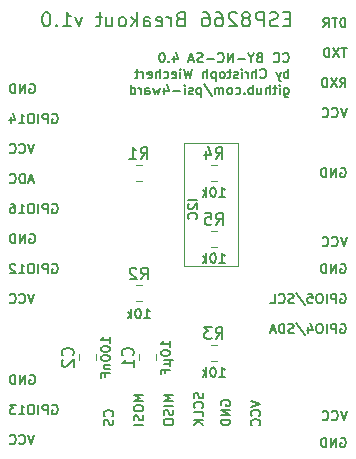
<source format=gbo>
G04 #@! TF.GenerationSoftware,KiCad,Pcbnew,5.1.5*
G04 #@! TF.CreationDate,2020-01-13T20:05:45+01:00*
G04 #@! TF.ProjectId,ESP8266_Uni,45535038-3236-4365-9f55-6e692e6b6963,rev?*
G04 #@! TF.SameCoordinates,Original*
G04 #@! TF.FileFunction,Legend,Bot*
G04 #@! TF.FilePolarity,Positive*
%FSLAX46Y46*%
G04 Gerber Fmt 4.6, Leading zero omitted, Abs format (unit mm)*
G04 Created by KiCad (PCBNEW 5.1.5) date 2020-01-13 20:05:45*
%MOMM*%
%LPD*%
G04 APERTURE LIST*
%ADD10C,0.120000*%
%ADD11C,0.150000*%
%ADD12C,0.200000*%
G04 APERTURE END LIST*
D10*
X127508000Y-32004000D02*
X127508000Y-42418000D01*
X132080000Y-32004000D02*
X127508000Y-32004000D01*
X132080000Y-42418000D02*
X132080000Y-32004000D01*
X127508000Y-42418000D02*
X132080000Y-42418000D01*
D11*
X128631904Y-36811047D02*
X127831904Y-36811047D01*
X127908095Y-37153904D02*
X127870000Y-37192000D01*
X127831904Y-37268190D01*
X127831904Y-37458666D01*
X127870000Y-37534857D01*
X127908095Y-37572952D01*
X127984285Y-37611047D01*
X128060476Y-37611047D01*
X128174761Y-37572952D01*
X128631904Y-37115809D01*
X128631904Y-37611047D01*
X128555714Y-38411047D02*
X128593809Y-38372952D01*
X128631904Y-38258666D01*
X128631904Y-38182476D01*
X128593809Y-38068190D01*
X128517619Y-37992000D01*
X128441428Y-37953904D01*
X128289047Y-37915809D01*
X128174761Y-37915809D01*
X128022380Y-37953904D01*
X127946190Y-37992000D01*
X127870000Y-38068190D01*
X127831904Y-38182476D01*
X127831904Y-38258666D01*
X127870000Y-38372952D01*
X127908095Y-38411047D01*
X114829023Y-32073904D02*
X114562357Y-32873904D01*
X114295690Y-32073904D01*
X113571880Y-32797714D02*
X113609976Y-32835809D01*
X113724261Y-32873904D01*
X113800452Y-32873904D01*
X113914738Y-32835809D01*
X113990928Y-32759619D01*
X114029023Y-32683428D01*
X114067119Y-32531047D01*
X114067119Y-32416761D01*
X114029023Y-32264380D01*
X113990928Y-32188190D01*
X113914738Y-32112000D01*
X113800452Y-32073904D01*
X113724261Y-32073904D01*
X113609976Y-32112000D01*
X113571880Y-32150095D01*
X112771880Y-32797714D02*
X112809976Y-32835809D01*
X112924261Y-32873904D01*
X113000452Y-32873904D01*
X113114738Y-32835809D01*
X113190928Y-32759619D01*
X113229023Y-32683428D01*
X113267119Y-32531047D01*
X113267119Y-32416761D01*
X113229023Y-32264380D01*
X113190928Y-32188190D01*
X113114738Y-32112000D01*
X113000452Y-32073904D01*
X112924261Y-32073904D01*
X112809976Y-32112000D01*
X112771880Y-32150095D01*
X116352833Y-29572000D02*
X116429023Y-29533904D01*
X116543309Y-29533904D01*
X116657595Y-29572000D01*
X116733785Y-29648190D01*
X116771880Y-29724380D01*
X116809976Y-29876761D01*
X116809976Y-29991047D01*
X116771880Y-30143428D01*
X116733785Y-30219619D01*
X116657595Y-30295809D01*
X116543309Y-30333904D01*
X116467119Y-30333904D01*
X116352833Y-30295809D01*
X116314738Y-30257714D01*
X116314738Y-29991047D01*
X116467119Y-29991047D01*
X115971880Y-30333904D02*
X115971880Y-29533904D01*
X115667119Y-29533904D01*
X115590928Y-29572000D01*
X115552833Y-29610095D01*
X115514738Y-29686285D01*
X115514738Y-29800571D01*
X115552833Y-29876761D01*
X115590928Y-29914857D01*
X115667119Y-29952952D01*
X115971880Y-29952952D01*
X115171880Y-30333904D02*
X115171880Y-29533904D01*
X114638547Y-29533904D02*
X114486166Y-29533904D01*
X114409976Y-29572000D01*
X114333785Y-29648190D01*
X114295690Y-29800571D01*
X114295690Y-30067238D01*
X114333785Y-30219619D01*
X114409976Y-30295809D01*
X114486166Y-30333904D01*
X114638547Y-30333904D01*
X114714738Y-30295809D01*
X114790928Y-30219619D01*
X114829023Y-30067238D01*
X114829023Y-29800571D01*
X114790928Y-29648190D01*
X114714738Y-29572000D01*
X114638547Y-29533904D01*
X113533785Y-30333904D02*
X113990928Y-30333904D01*
X113762357Y-30333904D02*
X113762357Y-29533904D01*
X113838547Y-29648190D01*
X113914738Y-29724380D01*
X113990928Y-29762476D01*
X112848071Y-29800571D02*
X112848071Y-30333904D01*
X113038547Y-29495809D02*
X113229023Y-30067238D01*
X112733785Y-30067238D01*
X114448071Y-27032000D02*
X114524261Y-26993904D01*
X114638547Y-26993904D01*
X114752833Y-27032000D01*
X114829023Y-27108190D01*
X114867119Y-27184380D01*
X114905214Y-27336761D01*
X114905214Y-27451047D01*
X114867119Y-27603428D01*
X114829023Y-27679619D01*
X114752833Y-27755809D01*
X114638547Y-27793904D01*
X114562357Y-27793904D01*
X114448071Y-27755809D01*
X114409976Y-27717714D01*
X114409976Y-27451047D01*
X114562357Y-27451047D01*
X114067119Y-27793904D02*
X114067119Y-26993904D01*
X113609976Y-27793904D01*
X113609976Y-26993904D01*
X113229023Y-27793904D02*
X113229023Y-26993904D01*
X113038547Y-26993904D01*
X112924261Y-27032000D01*
X112848071Y-27108190D01*
X112809976Y-27184380D01*
X112771880Y-27336761D01*
X112771880Y-27451047D01*
X112809976Y-27603428D01*
X112848071Y-27679619D01*
X112924261Y-27755809D01*
X113038547Y-27793904D01*
X113229023Y-27793904D01*
X114448071Y-39732000D02*
X114524261Y-39693904D01*
X114638547Y-39693904D01*
X114752833Y-39732000D01*
X114829023Y-39808190D01*
X114867119Y-39884380D01*
X114905214Y-40036761D01*
X114905214Y-40151047D01*
X114867119Y-40303428D01*
X114829023Y-40379619D01*
X114752833Y-40455809D01*
X114638547Y-40493904D01*
X114562357Y-40493904D01*
X114448071Y-40455809D01*
X114409976Y-40417714D01*
X114409976Y-40151047D01*
X114562357Y-40151047D01*
X114067119Y-40493904D02*
X114067119Y-39693904D01*
X113609976Y-40493904D01*
X113609976Y-39693904D01*
X113229023Y-40493904D02*
X113229023Y-39693904D01*
X113038547Y-39693904D01*
X112924261Y-39732000D01*
X112848071Y-39808190D01*
X112809976Y-39884380D01*
X112771880Y-40036761D01*
X112771880Y-40151047D01*
X112809976Y-40303428D01*
X112848071Y-40379619D01*
X112924261Y-40455809D01*
X113038547Y-40493904D01*
X113229023Y-40493904D01*
X114829023Y-44773904D02*
X114562357Y-45573904D01*
X114295690Y-44773904D01*
X113571880Y-45497714D02*
X113609976Y-45535809D01*
X113724261Y-45573904D01*
X113800452Y-45573904D01*
X113914738Y-45535809D01*
X113990928Y-45459619D01*
X114029023Y-45383428D01*
X114067119Y-45231047D01*
X114067119Y-45116761D01*
X114029023Y-44964380D01*
X113990928Y-44888190D01*
X113914738Y-44812000D01*
X113800452Y-44773904D01*
X113724261Y-44773904D01*
X113609976Y-44812000D01*
X113571880Y-44850095D01*
X112771880Y-45497714D02*
X112809976Y-45535809D01*
X112924261Y-45573904D01*
X113000452Y-45573904D01*
X113114738Y-45535809D01*
X113190928Y-45459619D01*
X113229023Y-45383428D01*
X113267119Y-45231047D01*
X113267119Y-45116761D01*
X113229023Y-44964380D01*
X113190928Y-44888190D01*
X113114738Y-44812000D01*
X113000452Y-44773904D01*
X112924261Y-44773904D01*
X112809976Y-44812000D01*
X112771880Y-44850095D01*
X116352833Y-42272000D02*
X116429023Y-42233904D01*
X116543309Y-42233904D01*
X116657595Y-42272000D01*
X116733785Y-42348190D01*
X116771880Y-42424380D01*
X116809976Y-42576761D01*
X116809976Y-42691047D01*
X116771880Y-42843428D01*
X116733785Y-42919619D01*
X116657595Y-42995809D01*
X116543309Y-43033904D01*
X116467119Y-43033904D01*
X116352833Y-42995809D01*
X116314738Y-42957714D01*
X116314738Y-42691047D01*
X116467119Y-42691047D01*
X115971880Y-43033904D02*
X115971880Y-42233904D01*
X115667119Y-42233904D01*
X115590928Y-42272000D01*
X115552833Y-42310095D01*
X115514738Y-42386285D01*
X115514738Y-42500571D01*
X115552833Y-42576761D01*
X115590928Y-42614857D01*
X115667119Y-42652952D01*
X115971880Y-42652952D01*
X115171880Y-43033904D02*
X115171880Y-42233904D01*
X114638547Y-42233904D02*
X114486166Y-42233904D01*
X114409976Y-42272000D01*
X114333785Y-42348190D01*
X114295690Y-42500571D01*
X114295690Y-42767238D01*
X114333785Y-42919619D01*
X114409976Y-42995809D01*
X114486166Y-43033904D01*
X114638547Y-43033904D01*
X114714738Y-42995809D01*
X114790928Y-42919619D01*
X114829023Y-42767238D01*
X114829023Y-42500571D01*
X114790928Y-42348190D01*
X114714738Y-42272000D01*
X114638547Y-42233904D01*
X113533785Y-43033904D02*
X113990928Y-43033904D01*
X113762357Y-43033904D02*
X113762357Y-42233904D01*
X113838547Y-42348190D01*
X113914738Y-42424380D01*
X113990928Y-42462476D01*
X113229023Y-42310095D02*
X113190928Y-42272000D01*
X113114738Y-42233904D01*
X112924261Y-42233904D01*
X112848071Y-42272000D01*
X112809976Y-42310095D01*
X112771880Y-42386285D01*
X112771880Y-42462476D01*
X112809976Y-42576761D01*
X113267119Y-43033904D01*
X112771880Y-43033904D01*
X114448071Y-51670000D02*
X114524261Y-51631904D01*
X114638547Y-51631904D01*
X114752833Y-51670000D01*
X114829023Y-51746190D01*
X114867119Y-51822380D01*
X114905214Y-51974761D01*
X114905214Y-52089047D01*
X114867119Y-52241428D01*
X114829023Y-52317619D01*
X114752833Y-52393809D01*
X114638547Y-52431904D01*
X114562357Y-52431904D01*
X114448071Y-52393809D01*
X114409976Y-52355714D01*
X114409976Y-52089047D01*
X114562357Y-52089047D01*
X114067119Y-52431904D02*
X114067119Y-51631904D01*
X113609976Y-52431904D01*
X113609976Y-51631904D01*
X113229023Y-52431904D02*
X113229023Y-51631904D01*
X113038547Y-51631904D01*
X112924261Y-51670000D01*
X112848071Y-51746190D01*
X112809976Y-51822380D01*
X112771880Y-51974761D01*
X112771880Y-52089047D01*
X112809976Y-52241428D01*
X112848071Y-52317619D01*
X112924261Y-52393809D01*
X113038547Y-52431904D01*
X113229023Y-52431904D01*
X116352833Y-54210000D02*
X116429023Y-54171904D01*
X116543309Y-54171904D01*
X116657595Y-54210000D01*
X116733785Y-54286190D01*
X116771880Y-54362380D01*
X116809976Y-54514761D01*
X116809976Y-54629047D01*
X116771880Y-54781428D01*
X116733785Y-54857619D01*
X116657595Y-54933809D01*
X116543309Y-54971904D01*
X116467119Y-54971904D01*
X116352833Y-54933809D01*
X116314738Y-54895714D01*
X116314738Y-54629047D01*
X116467119Y-54629047D01*
X115971880Y-54971904D02*
X115971880Y-54171904D01*
X115667119Y-54171904D01*
X115590928Y-54210000D01*
X115552833Y-54248095D01*
X115514738Y-54324285D01*
X115514738Y-54438571D01*
X115552833Y-54514761D01*
X115590928Y-54552857D01*
X115667119Y-54590952D01*
X115971880Y-54590952D01*
X115171880Y-54971904D02*
X115171880Y-54171904D01*
X114638547Y-54171904D02*
X114486166Y-54171904D01*
X114409976Y-54210000D01*
X114333785Y-54286190D01*
X114295690Y-54438571D01*
X114295690Y-54705238D01*
X114333785Y-54857619D01*
X114409976Y-54933809D01*
X114486166Y-54971904D01*
X114638547Y-54971904D01*
X114714738Y-54933809D01*
X114790928Y-54857619D01*
X114829023Y-54705238D01*
X114829023Y-54438571D01*
X114790928Y-54286190D01*
X114714738Y-54210000D01*
X114638547Y-54171904D01*
X113533785Y-54971904D02*
X113990928Y-54971904D01*
X113762357Y-54971904D02*
X113762357Y-54171904D01*
X113838547Y-54286190D01*
X113914738Y-54362380D01*
X113990928Y-54400476D01*
X113267119Y-54171904D02*
X112771880Y-54171904D01*
X113038547Y-54476666D01*
X112924261Y-54476666D01*
X112848071Y-54514761D01*
X112809976Y-54552857D01*
X112771880Y-54629047D01*
X112771880Y-54819523D01*
X112809976Y-54895714D01*
X112848071Y-54933809D01*
X112924261Y-54971904D01*
X113152833Y-54971904D01*
X113229023Y-54933809D01*
X113267119Y-54895714D01*
X114829023Y-56711904D02*
X114562357Y-57511904D01*
X114295690Y-56711904D01*
X113571880Y-57435714D02*
X113609976Y-57473809D01*
X113724261Y-57511904D01*
X113800452Y-57511904D01*
X113914738Y-57473809D01*
X113990928Y-57397619D01*
X114029023Y-57321428D01*
X114067119Y-57169047D01*
X114067119Y-57054761D01*
X114029023Y-56902380D01*
X113990928Y-56826190D01*
X113914738Y-56750000D01*
X113800452Y-56711904D01*
X113724261Y-56711904D01*
X113609976Y-56750000D01*
X113571880Y-56788095D01*
X112771880Y-57435714D02*
X112809976Y-57473809D01*
X112924261Y-57511904D01*
X113000452Y-57511904D01*
X113114738Y-57473809D01*
X113190928Y-57397619D01*
X113229023Y-57321428D01*
X113267119Y-57169047D01*
X113267119Y-57054761D01*
X113229023Y-56902380D01*
X113190928Y-56826190D01*
X113114738Y-56750000D01*
X113000452Y-56711904D01*
X112924261Y-56711904D01*
X112809976Y-56750000D01*
X112771880Y-56788095D01*
X121443714Y-55122214D02*
X121481809Y-55084119D01*
X121519904Y-54969833D01*
X121519904Y-54893642D01*
X121481809Y-54779357D01*
X121405619Y-54703166D01*
X121329428Y-54665071D01*
X121177047Y-54626976D01*
X121062761Y-54626976D01*
X120910380Y-54665071D01*
X120834190Y-54703166D01*
X120758000Y-54779357D01*
X120719904Y-54893642D01*
X120719904Y-54969833D01*
X120758000Y-55084119D01*
X120796095Y-55122214D01*
X121481809Y-55426976D02*
X121519904Y-55541261D01*
X121519904Y-55731738D01*
X121481809Y-55807928D01*
X121443714Y-55846023D01*
X121367523Y-55884119D01*
X121291333Y-55884119D01*
X121215142Y-55846023D01*
X121177047Y-55807928D01*
X121138952Y-55731738D01*
X121100857Y-55579357D01*
X121062761Y-55503166D01*
X121024666Y-55465071D01*
X120948476Y-55426976D01*
X120872285Y-55426976D01*
X120796095Y-55465071D01*
X120758000Y-55503166D01*
X120719904Y-55579357D01*
X120719904Y-55769833D01*
X120758000Y-55884119D01*
X124059904Y-53331738D02*
X123259904Y-53331738D01*
X123831333Y-53598404D01*
X123259904Y-53865071D01*
X124059904Y-53865071D01*
X123259904Y-54398404D02*
X123259904Y-54550785D01*
X123298000Y-54626976D01*
X123374190Y-54703166D01*
X123526571Y-54741261D01*
X123793238Y-54741261D01*
X123945619Y-54703166D01*
X124021809Y-54626976D01*
X124059904Y-54550785D01*
X124059904Y-54398404D01*
X124021809Y-54322214D01*
X123945619Y-54246023D01*
X123793238Y-54207928D01*
X123526571Y-54207928D01*
X123374190Y-54246023D01*
X123298000Y-54322214D01*
X123259904Y-54398404D01*
X124021809Y-55046023D02*
X124059904Y-55160309D01*
X124059904Y-55350785D01*
X124021809Y-55426976D01*
X123983714Y-55465071D01*
X123907523Y-55503166D01*
X123831333Y-55503166D01*
X123755142Y-55465071D01*
X123717047Y-55426976D01*
X123678952Y-55350785D01*
X123640857Y-55198404D01*
X123602761Y-55122214D01*
X123564666Y-55084119D01*
X123488476Y-55046023D01*
X123412285Y-55046023D01*
X123336095Y-55084119D01*
X123298000Y-55122214D01*
X123259904Y-55198404D01*
X123259904Y-55388880D01*
X123298000Y-55503166D01*
X124059904Y-55846023D02*
X123259904Y-55846023D01*
X126599904Y-53331738D02*
X125799904Y-53331738D01*
X126371333Y-53598404D01*
X125799904Y-53865071D01*
X126599904Y-53865071D01*
X126599904Y-54246023D02*
X125799904Y-54246023D01*
X126561809Y-54588880D02*
X126599904Y-54703166D01*
X126599904Y-54893642D01*
X126561809Y-54969833D01*
X126523714Y-55007928D01*
X126447523Y-55046023D01*
X126371333Y-55046023D01*
X126295142Y-55007928D01*
X126257047Y-54969833D01*
X126218952Y-54893642D01*
X126180857Y-54741261D01*
X126142761Y-54665071D01*
X126104666Y-54626976D01*
X126028476Y-54588880D01*
X125952285Y-54588880D01*
X125876095Y-54626976D01*
X125838000Y-54665071D01*
X125799904Y-54741261D01*
X125799904Y-54931738D01*
X125838000Y-55046023D01*
X125799904Y-55541261D02*
X125799904Y-55693642D01*
X125838000Y-55769833D01*
X125914190Y-55846023D01*
X126066571Y-55884119D01*
X126333238Y-55884119D01*
X126485619Y-55846023D01*
X126561809Y-55769833D01*
X126599904Y-55693642D01*
X126599904Y-55541261D01*
X126561809Y-55465071D01*
X126485619Y-55388880D01*
X126333238Y-55350785D01*
X126066571Y-55350785D01*
X125914190Y-55388880D01*
X125838000Y-55465071D01*
X125799904Y-55541261D01*
X129101809Y-53179357D02*
X129139904Y-53293642D01*
X129139904Y-53484119D01*
X129101809Y-53560309D01*
X129063714Y-53598404D01*
X128987523Y-53636500D01*
X128911333Y-53636500D01*
X128835142Y-53598404D01*
X128797047Y-53560309D01*
X128758952Y-53484119D01*
X128720857Y-53331738D01*
X128682761Y-53255547D01*
X128644666Y-53217452D01*
X128568476Y-53179357D01*
X128492285Y-53179357D01*
X128416095Y-53217452D01*
X128378000Y-53255547D01*
X128339904Y-53331738D01*
X128339904Y-53522214D01*
X128378000Y-53636500D01*
X129063714Y-54436500D02*
X129101809Y-54398404D01*
X129139904Y-54284119D01*
X129139904Y-54207928D01*
X129101809Y-54093642D01*
X129025619Y-54017452D01*
X128949428Y-53979357D01*
X128797047Y-53941261D01*
X128682761Y-53941261D01*
X128530380Y-53979357D01*
X128454190Y-54017452D01*
X128378000Y-54093642D01*
X128339904Y-54207928D01*
X128339904Y-54284119D01*
X128378000Y-54398404D01*
X128416095Y-54436500D01*
X129139904Y-55160309D02*
X129139904Y-54779357D01*
X128339904Y-54779357D01*
X129139904Y-55426976D02*
X128339904Y-55426976D01*
X129139904Y-55884119D02*
X128682761Y-55541261D01*
X128339904Y-55884119D02*
X128797047Y-55426976D01*
X130664000Y-54207928D02*
X130625904Y-54131738D01*
X130625904Y-54017452D01*
X130664000Y-53903166D01*
X130740190Y-53826976D01*
X130816380Y-53788880D01*
X130968761Y-53750785D01*
X131083047Y-53750785D01*
X131235428Y-53788880D01*
X131311619Y-53826976D01*
X131387809Y-53903166D01*
X131425904Y-54017452D01*
X131425904Y-54093642D01*
X131387809Y-54207928D01*
X131349714Y-54246023D01*
X131083047Y-54246023D01*
X131083047Y-54093642D01*
X131425904Y-54588880D02*
X130625904Y-54588880D01*
X131425904Y-55046023D01*
X130625904Y-55046023D01*
X131425904Y-55426976D02*
X130625904Y-55426976D01*
X130625904Y-55617452D01*
X130664000Y-55731738D01*
X130740190Y-55807928D01*
X130816380Y-55846023D01*
X130968761Y-55884119D01*
X131083047Y-55884119D01*
X131235428Y-55846023D01*
X131311619Y-55807928D01*
X131387809Y-55731738D01*
X131425904Y-55617452D01*
X131425904Y-55426976D01*
X133165904Y-53826976D02*
X133965904Y-54093642D01*
X133165904Y-54360309D01*
X133889714Y-55084119D02*
X133927809Y-55046023D01*
X133965904Y-54931738D01*
X133965904Y-54855547D01*
X133927809Y-54741261D01*
X133851619Y-54665071D01*
X133775428Y-54626976D01*
X133623047Y-54588880D01*
X133508761Y-54588880D01*
X133356380Y-54626976D01*
X133280190Y-54665071D01*
X133204000Y-54741261D01*
X133165904Y-54855547D01*
X133165904Y-54931738D01*
X133204000Y-55046023D01*
X133242095Y-55084119D01*
X133889714Y-55884119D02*
X133927809Y-55846023D01*
X133965904Y-55731738D01*
X133965904Y-55655547D01*
X133927809Y-55541261D01*
X133851619Y-55465071D01*
X133775428Y-55426976D01*
X133623047Y-55388880D01*
X133508761Y-55388880D01*
X133356380Y-55426976D01*
X133280190Y-55465071D01*
X133204000Y-55541261D01*
X133165904Y-55655547D01*
X133165904Y-55731738D01*
X133204000Y-55846023D01*
X133242095Y-55884119D01*
X141304309Y-54679904D02*
X141037642Y-55479904D01*
X140770976Y-54679904D01*
X140047166Y-55403714D02*
X140085261Y-55441809D01*
X140199547Y-55479904D01*
X140275738Y-55479904D01*
X140390023Y-55441809D01*
X140466214Y-55365619D01*
X140504309Y-55289428D01*
X140542404Y-55137047D01*
X140542404Y-55022761D01*
X140504309Y-54870380D01*
X140466214Y-54794190D01*
X140390023Y-54718000D01*
X140275738Y-54679904D01*
X140199547Y-54679904D01*
X140085261Y-54718000D01*
X140047166Y-54756095D01*
X139247166Y-55403714D02*
X139285261Y-55441809D01*
X139399547Y-55479904D01*
X139475738Y-55479904D01*
X139590023Y-55441809D01*
X139666214Y-55365619D01*
X139704309Y-55289428D01*
X139742404Y-55137047D01*
X139742404Y-55022761D01*
X139704309Y-54870380D01*
X139666214Y-54794190D01*
X139590023Y-54718000D01*
X139475738Y-54679904D01*
X139399547Y-54679904D01*
X139285261Y-54718000D01*
X139247166Y-54756095D01*
X140770976Y-57004000D02*
X140847166Y-56965904D01*
X140961452Y-56965904D01*
X141075738Y-57004000D01*
X141151928Y-57080190D01*
X141190023Y-57156380D01*
X141228119Y-57308761D01*
X141228119Y-57423047D01*
X141190023Y-57575428D01*
X141151928Y-57651619D01*
X141075738Y-57727809D01*
X140961452Y-57765904D01*
X140885261Y-57765904D01*
X140770976Y-57727809D01*
X140732880Y-57689714D01*
X140732880Y-57423047D01*
X140885261Y-57423047D01*
X140390023Y-57765904D02*
X140390023Y-56965904D01*
X139932880Y-57765904D01*
X139932880Y-56965904D01*
X139551928Y-57765904D02*
X139551928Y-56965904D01*
X139361452Y-56965904D01*
X139247166Y-57004000D01*
X139170976Y-57080190D01*
X139132880Y-57156380D01*
X139094785Y-57308761D01*
X139094785Y-57423047D01*
X139132880Y-57575428D01*
X139170976Y-57651619D01*
X139247166Y-57727809D01*
X139361452Y-57765904D01*
X139551928Y-57765904D01*
X140770976Y-47352000D02*
X140847166Y-47313904D01*
X140961452Y-47313904D01*
X141075738Y-47352000D01*
X141151928Y-47428190D01*
X141190023Y-47504380D01*
X141228119Y-47656761D01*
X141228119Y-47771047D01*
X141190023Y-47923428D01*
X141151928Y-47999619D01*
X141075738Y-48075809D01*
X140961452Y-48113904D01*
X140885261Y-48113904D01*
X140770976Y-48075809D01*
X140732880Y-48037714D01*
X140732880Y-47771047D01*
X140885261Y-47771047D01*
X140390023Y-48113904D02*
X140390023Y-47313904D01*
X140085261Y-47313904D01*
X140009071Y-47352000D01*
X139970976Y-47390095D01*
X139932880Y-47466285D01*
X139932880Y-47580571D01*
X139970976Y-47656761D01*
X140009071Y-47694857D01*
X140085261Y-47732952D01*
X140390023Y-47732952D01*
X139590023Y-48113904D02*
X139590023Y-47313904D01*
X139056690Y-47313904D02*
X138904309Y-47313904D01*
X138828119Y-47352000D01*
X138751928Y-47428190D01*
X138713833Y-47580571D01*
X138713833Y-47847238D01*
X138751928Y-47999619D01*
X138828119Y-48075809D01*
X138904309Y-48113904D01*
X139056690Y-48113904D01*
X139132880Y-48075809D01*
X139209071Y-47999619D01*
X139247166Y-47847238D01*
X139247166Y-47580571D01*
X139209071Y-47428190D01*
X139132880Y-47352000D01*
X139056690Y-47313904D01*
X138028119Y-47580571D02*
X138028119Y-48113904D01*
X138218595Y-47275809D02*
X138409071Y-47847238D01*
X137913833Y-47847238D01*
X137037642Y-47275809D02*
X137723357Y-48304380D01*
X136809071Y-48075809D02*
X136694785Y-48113904D01*
X136504309Y-48113904D01*
X136428119Y-48075809D01*
X136390023Y-48037714D01*
X136351928Y-47961523D01*
X136351928Y-47885333D01*
X136390023Y-47809142D01*
X136428119Y-47771047D01*
X136504309Y-47732952D01*
X136656690Y-47694857D01*
X136732880Y-47656761D01*
X136770976Y-47618666D01*
X136809071Y-47542476D01*
X136809071Y-47466285D01*
X136770976Y-47390095D01*
X136732880Y-47352000D01*
X136656690Y-47313904D01*
X136466214Y-47313904D01*
X136351928Y-47352000D01*
X136009071Y-48113904D02*
X136009071Y-47313904D01*
X135818595Y-47313904D01*
X135704309Y-47352000D01*
X135628119Y-47428190D01*
X135590023Y-47504380D01*
X135551928Y-47656761D01*
X135551928Y-47771047D01*
X135590023Y-47923428D01*
X135628119Y-47999619D01*
X135704309Y-48075809D01*
X135818595Y-48113904D01*
X136009071Y-48113904D01*
X135247166Y-47885333D02*
X134866214Y-47885333D01*
X135323357Y-48113904D02*
X135056690Y-47313904D01*
X134790023Y-48113904D01*
X140770976Y-44812000D02*
X140847166Y-44773904D01*
X140961452Y-44773904D01*
X141075738Y-44812000D01*
X141151928Y-44888190D01*
X141190023Y-44964380D01*
X141228119Y-45116761D01*
X141228119Y-45231047D01*
X141190023Y-45383428D01*
X141151928Y-45459619D01*
X141075738Y-45535809D01*
X140961452Y-45573904D01*
X140885261Y-45573904D01*
X140770976Y-45535809D01*
X140732880Y-45497714D01*
X140732880Y-45231047D01*
X140885261Y-45231047D01*
X140390023Y-45573904D02*
X140390023Y-44773904D01*
X140085261Y-44773904D01*
X140009071Y-44812000D01*
X139970976Y-44850095D01*
X139932880Y-44926285D01*
X139932880Y-45040571D01*
X139970976Y-45116761D01*
X140009071Y-45154857D01*
X140085261Y-45192952D01*
X140390023Y-45192952D01*
X139590023Y-45573904D02*
X139590023Y-44773904D01*
X139056690Y-44773904D02*
X138904309Y-44773904D01*
X138828119Y-44812000D01*
X138751928Y-44888190D01*
X138713833Y-45040571D01*
X138713833Y-45307238D01*
X138751928Y-45459619D01*
X138828119Y-45535809D01*
X138904309Y-45573904D01*
X139056690Y-45573904D01*
X139132880Y-45535809D01*
X139209071Y-45459619D01*
X139247166Y-45307238D01*
X139247166Y-45040571D01*
X139209071Y-44888190D01*
X139132880Y-44812000D01*
X139056690Y-44773904D01*
X137990023Y-44773904D02*
X138370976Y-44773904D01*
X138409071Y-45154857D01*
X138370976Y-45116761D01*
X138294785Y-45078666D01*
X138104309Y-45078666D01*
X138028119Y-45116761D01*
X137990023Y-45154857D01*
X137951928Y-45231047D01*
X137951928Y-45421523D01*
X137990023Y-45497714D01*
X138028119Y-45535809D01*
X138104309Y-45573904D01*
X138294785Y-45573904D01*
X138370976Y-45535809D01*
X138409071Y-45497714D01*
X137037642Y-44735809D02*
X137723357Y-45764380D01*
X136809071Y-45535809D02*
X136694785Y-45573904D01*
X136504309Y-45573904D01*
X136428119Y-45535809D01*
X136390023Y-45497714D01*
X136351928Y-45421523D01*
X136351928Y-45345333D01*
X136390023Y-45269142D01*
X136428119Y-45231047D01*
X136504309Y-45192952D01*
X136656690Y-45154857D01*
X136732880Y-45116761D01*
X136770976Y-45078666D01*
X136809071Y-45002476D01*
X136809071Y-44926285D01*
X136770976Y-44850095D01*
X136732880Y-44812000D01*
X136656690Y-44773904D01*
X136466214Y-44773904D01*
X136351928Y-44812000D01*
X135551928Y-45497714D02*
X135590023Y-45535809D01*
X135704309Y-45573904D01*
X135780500Y-45573904D01*
X135894785Y-45535809D01*
X135970976Y-45459619D01*
X136009071Y-45383428D01*
X136047166Y-45231047D01*
X136047166Y-45116761D01*
X136009071Y-44964380D01*
X135970976Y-44888190D01*
X135894785Y-44812000D01*
X135780500Y-44773904D01*
X135704309Y-44773904D01*
X135590023Y-44812000D01*
X135551928Y-44850095D01*
X134828119Y-45573904D02*
X135209071Y-45573904D01*
X135209071Y-44773904D01*
X140770976Y-42272000D02*
X140847166Y-42233904D01*
X140961452Y-42233904D01*
X141075738Y-42272000D01*
X141151928Y-42348190D01*
X141190023Y-42424380D01*
X141228119Y-42576761D01*
X141228119Y-42691047D01*
X141190023Y-42843428D01*
X141151928Y-42919619D01*
X141075738Y-42995809D01*
X140961452Y-43033904D01*
X140885261Y-43033904D01*
X140770976Y-42995809D01*
X140732880Y-42957714D01*
X140732880Y-42691047D01*
X140885261Y-42691047D01*
X140390023Y-43033904D02*
X140390023Y-42233904D01*
X139932880Y-43033904D01*
X139932880Y-42233904D01*
X139551928Y-43033904D02*
X139551928Y-42233904D01*
X139361452Y-42233904D01*
X139247166Y-42272000D01*
X139170976Y-42348190D01*
X139132880Y-42424380D01*
X139094785Y-42576761D01*
X139094785Y-42691047D01*
X139132880Y-42843428D01*
X139170976Y-42919619D01*
X139247166Y-42995809D01*
X139361452Y-43033904D01*
X139551928Y-43033904D01*
X141304309Y-39947904D02*
X141037642Y-40747904D01*
X140770976Y-39947904D01*
X140047166Y-40671714D02*
X140085261Y-40709809D01*
X140199547Y-40747904D01*
X140275738Y-40747904D01*
X140390023Y-40709809D01*
X140466214Y-40633619D01*
X140504309Y-40557428D01*
X140542404Y-40405047D01*
X140542404Y-40290761D01*
X140504309Y-40138380D01*
X140466214Y-40062190D01*
X140390023Y-39986000D01*
X140275738Y-39947904D01*
X140199547Y-39947904D01*
X140085261Y-39986000D01*
X140047166Y-40024095D01*
X139247166Y-40671714D02*
X139285261Y-40709809D01*
X139399547Y-40747904D01*
X139475738Y-40747904D01*
X139590023Y-40709809D01*
X139666214Y-40633619D01*
X139704309Y-40557428D01*
X139742404Y-40405047D01*
X139742404Y-40290761D01*
X139704309Y-40138380D01*
X139666214Y-40062190D01*
X139590023Y-39986000D01*
X139475738Y-39947904D01*
X139399547Y-39947904D01*
X139285261Y-39986000D01*
X139247166Y-40024095D01*
X140770976Y-34144000D02*
X140847166Y-34105904D01*
X140961452Y-34105904D01*
X141075738Y-34144000D01*
X141151928Y-34220190D01*
X141190023Y-34296380D01*
X141228119Y-34448761D01*
X141228119Y-34563047D01*
X141190023Y-34715428D01*
X141151928Y-34791619D01*
X141075738Y-34867809D01*
X140961452Y-34905904D01*
X140885261Y-34905904D01*
X140770976Y-34867809D01*
X140732880Y-34829714D01*
X140732880Y-34563047D01*
X140885261Y-34563047D01*
X140390023Y-34905904D02*
X140390023Y-34105904D01*
X139932880Y-34905904D01*
X139932880Y-34105904D01*
X139551928Y-34905904D02*
X139551928Y-34105904D01*
X139361452Y-34105904D01*
X139247166Y-34144000D01*
X139170976Y-34220190D01*
X139132880Y-34296380D01*
X139094785Y-34448761D01*
X139094785Y-34563047D01*
X139132880Y-34715428D01*
X139170976Y-34791619D01*
X139247166Y-34867809D01*
X139361452Y-34905904D01*
X139551928Y-34905904D01*
X141304309Y-29025904D02*
X141037642Y-29825904D01*
X140770976Y-29025904D01*
X140047166Y-29749714D02*
X140085261Y-29787809D01*
X140199547Y-29825904D01*
X140275738Y-29825904D01*
X140390023Y-29787809D01*
X140466214Y-29711619D01*
X140504309Y-29635428D01*
X140542404Y-29483047D01*
X140542404Y-29368761D01*
X140504309Y-29216380D01*
X140466214Y-29140190D01*
X140390023Y-29064000D01*
X140275738Y-29025904D01*
X140199547Y-29025904D01*
X140085261Y-29064000D01*
X140047166Y-29102095D01*
X139247166Y-29749714D02*
X139285261Y-29787809D01*
X139399547Y-29825904D01*
X139475738Y-29825904D01*
X139590023Y-29787809D01*
X139666214Y-29711619D01*
X139704309Y-29635428D01*
X139742404Y-29483047D01*
X139742404Y-29368761D01*
X139704309Y-29216380D01*
X139666214Y-29140190D01*
X139590023Y-29064000D01*
X139475738Y-29025904D01*
X139399547Y-29025904D01*
X139285261Y-29064000D01*
X139247166Y-29102095D01*
X140732880Y-27285904D02*
X140999547Y-26904952D01*
X141190023Y-27285904D02*
X141190023Y-26485904D01*
X140885261Y-26485904D01*
X140809071Y-26524000D01*
X140770976Y-26562095D01*
X140732880Y-26638285D01*
X140732880Y-26752571D01*
X140770976Y-26828761D01*
X140809071Y-26866857D01*
X140885261Y-26904952D01*
X141190023Y-26904952D01*
X140466214Y-26485904D02*
X139932880Y-27285904D01*
X139932880Y-26485904D02*
X140466214Y-27285904D01*
X139628119Y-27285904D02*
X139628119Y-26485904D01*
X139437642Y-26485904D01*
X139323357Y-26524000D01*
X139247166Y-26600190D01*
X139209071Y-26676380D01*
X139170976Y-26828761D01*
X139170976Y-26943047D01*
X139209071Y-27095428D01*
X139247166Y-27171619D01*
X139323357Y-27247809D01*
X139437642Y-27285904D01*
X139628119Y-27285904D01*
X141304309Y-23945904D02*
X140847166Y-23945904D01*
X141075738Y-24745904D02*
X141075738Y-23945904D01*
X140656690Y-23945904D02*
X140123357Y-24745904D01*
X140123357Y-23945904D02*
X140656690Y-24745904D01*
X139818595Y-24745904D02*
X139818595Y-23945904D01*
X139628119Y-23945904D01*
X139513833Y-23984000D01*
X139437642Y-24060190D01*
X139399547Y-24136380D01*
X139361452Y-24288761D01*
X139361452Y-24403047D01*
X139399547Y-24555428D01*
X139437642Y-24631619D01*
X139513833Y-24707809D01*
X139628119Y-24745904D01*
X139818595Y-24745904D01*
X141190023Y-22205904D02*
X141190023Y-21405904D01*
X140999547Y-21405904D01*
X140885261Y-21444000D01*
X140809071Y-21520190D01*
X140770976Y-21596380D01*
X140732880Y-21748761D01*
X140732880Y-21863047D01*
X140770976Y-22015428D01*
X140809071Y-22091619D01*
X140885261Y-22167809D01*
X140999547Y-22205904D01*
X141190023Y-22205904D01*
X140504309Y-21405904D02*
X140047166Y-21405904D01*
X140275738Y-22205904D02*
X140275738Y-21405904D01*
X139323357Y-22205904D02*
X139590023Y-21824952D01*
X139780500Y-22205904D02*
X139780500Y-21405904D01*
X139475738Y-21405904D01*
X139399547Y-21444000D01*
X139361452Y-21482095D01*
X139323357Y-21558285D01*
X139323357Y-21672571D01*
X139361452Y-21748761D01*
X139399547Y-21786857D01*
X139475738Y-21824952D01*
X139780500Y-21824952D01*
X135906880Y-25097714D02*
X135944976Y-25135809D01*
X136059261Y-25173904D01*
X136135452Y-25173904D01*
X136249738Y-25135809D01*
X136325928Y-25059619D01*
X136364023Y-24983428D01*
X136402119Y-24831047D01*
X136402119Y-24716761D01*
X136364023Y-24564380D01*
X136325928Y-24488190D01*
X136249738Y-24412000D01*
X136135452Y-24373904D01*
X136059261Y-24373904D01*
X135944976Y-24412000D01*
X135906880Y-24450095D01*
X135106880Y-25097714D02*
X135144976Y-25135809D01*
X135259261Y-25173904D01*
X135335452Y-25173904D01*
X135449738Y-25135809D01*
X135525928Y-25059619D01*
X135564023Y-24983428D01*
X135602119Y-24831047D01*
X135602119Y-24716761D01*
X135564023Y-24564380D01*
X135525928Y-24488190D01*
X135449738Y-24412000D01*
X135335452Y-24373904D01*
X135259261Y-24373904D01*
X135144976Y-24412000D01*
X135106880Y-24450095D01*
X133887833Y-24754857D02*
X133773547Y-24792952D01*
X133735452Y-24831047D01*
X133697357Y-24907238D01*
X133697357Y-25021523D01*
X133735452Y-25097714D01*
X133773547Y-25135809D01*
X133849738Y-25173904D01*
X134154500Y-25173904D01*
X134154500Y-24373904D01*
X133887833Y-24373904D01*
X133811642Y-24412000D01*
X133773547Y-24450095D01*
X133735452Y-24526285D01*
X133735452Y-24602476D01*
X133773547Y-24678666D01*
X133811642Y-24716761D01*
X133887833Y-24754857D01*
X134154500Y-24754857D01*
X133202119Y-24792952D02*
X133202119Y-25173904D01*
X133468785Y-24373904D02*
X133202119Y-24792952D01*
X132935452Y-24373904D01*
X132668785Y-24869142D02*
X132059261Y-24869142D01*
X131678309Y-25173904D02*
X131678309Y-24373904D01*
X131221166Y-25173904D01*
X131221166Y-24373904D01*
X130383071Y-25097714D02*
X130421166Y-25135809D01*
X130535452Y-25173904D01*
X130611642Y-25173904D01*
X130725928Y-25135809D01*
X130802119Y-25059619D01*
X130840214Y-24983428D01*
X130878309Y-24831047D01*
X130878309Y-24716761D01*
X130840214Y-24564380D01*
X130802119Y-24488190D01*
X130725928Y-24412000D01*
X130611642Y-24373904D01*
X130535452Y-24373904D01*
X130421166Y-24412000D01*
X130383071Y-24450095D01*
X130040214Y-24869142D02*
X129430690Y-24869142D01*
X129087833Y-25135809D02*
X128973547Y-25173904D01*
X128783071Y-25173904D01*
X128706880Y-25135809D01*
X128668785Y-25097714D01*
X128630690Y-25021523D01*
X128630690Y-24945333D01*
X128668785Y-24869142D01*
X128706880Y-24831047D01*
X128783071Y-24792952D01*
X128935452Y-24754857D01*
X129011642Y-24716761D01*
X129049738Y-24678666D01*
X129087833Y-24602476D01*
X129087833Y-24526285D01*
X129049738Y-24450095D01*
X129011642Y-24412000D01*
X128935452Y-24373904D01*
X128744976Y-24373904D01*
X128630690Y-24412000D01*
X128325928Y-24945333D02*
X127944976Y-24945333D01*
X128402119Y-25173904D02*
X128135452Y-24373904D01*
X127868785Y-25173904D01*
X126649738Y-24640571D02*
X126649738Y-25173904D01*
X126840214Y-24335809D02*
X127030690Y-24907238D01*
X126535452Y-24907238D01*
X126230690Y-25097714D02*
X126192595Y-25135809D01*
X126230690Y-25173904D01*
X126268785Y-25135809D01*
X126230690Y-25097714D01*
X126230690Y-25173904D01*
X125697357Y-24373904D02*
X125621166Y-24373904D01*
X125544976Y-24412000D01*
X125506880Y-24450095D01*
X125468785Y-24526285D01*
X125430690Y-24678666D01*
X125430690Y-24869142D01*
X125468785Y-25021523D01*
X125506880Y-25097714D01*
X125544976Y-25135809D01*
X125621166Y-25173904D01*
X125697357Y-25173904D01*
X125773547Y-25135809D01*
X125811642Y-25097714D01*
X125849738Y-25021523D01*
X125887833Y-24869142D01*
X125887833Y-24678666D01*
X125849738Y-24526285D01*
X125811642Y-24450095D01*
X125773547Y-24412000D01*
X125697357Y-24373904D01*
X136364023Y-26523904D02*
X136364023Y-25723904D01*
X136364023Y-26028666D02*
X136287833Y-25990571D01*
X136135452Y-25990571D01*
X136059261Y-26028666D01*
X136021166Y-26066761D01*
X135983071Y-26142952D01*
X135983071Y-26371523D01*
X136021166Y-26447714D01*
X136059261Y-26485809D01*
X136135452Y-26523904D01*
X136287833Y-26523904D01*
X136364023Y-26485809D01*
X135716404Y-25990571D02*
X135525928Y-26523904D01*
X135335452Y-25990571D02*
X135525928Y-26523904D01*
X135602119Y-26714380D01*
X135640214Y-26752476D01*
X135716404Y-26790571D01*
X133964023Y-26447714D02*
X134002119Y-26485809D01*
X134116404Y-26523904D01*
X134192595Y-26523904D01*
X134306880Y-26485809D01*
X134383071Y-26409619D01*
X134421166Y-26333428D01*
X134459261Y-26181047D01*
X134459261Y-26066761D01*
X134421166Y-25914380D01*
X134383071Y-25838190D01*
X134306880Y-25762000D01*
X134192595Y-25723904D01*
X134116404Y-25723904D01*
X134002119Y-25762000D01*
X133964023Y-25800095D01*
X133621166Y-26523904D02*
X133621166Y-25723904D01*
X133278309Y-26523904D02*
X133278309Y-26104857D01*
X133316404Y-26028666D01*
X133392595Y-25990571D01*
X133506880Y-25990571D01*
X133583071Y-26028666D01*
X133621166Y-26066761D01*
X132897357Y-26523904D02*
X132897357Y-25990571D01*
X132897357Y-26142952D02*
X132859261Y-26066761D01*
X132821166Y-26028666D01*
X132744976Y-25990571D01*
X132668785Y-25990571D01*
X132402119Y-26523904D02*
X132402119Y-25990571D01*
X132402119Y-25723904D02*
X132440214Y-25762000D01*
X132402119Y-25800095D01*
X132364023Y-25762000D01*
X132402119Y-25723904D01*
X132402119Y-25800095D01*
X132059261Y-26485809D02*
X131983071Y-26523904D01*
X131830690Y-26523904D01*
X131754500Y-26485809D01*
X131716404Y-26409619D01*
X131716404Y-26371523D01*
X131754500Y-26295333D01*
X131830690Y-26257238D01*
X131944976Y-26257238D01*
X132021166Y-26219142D01*
X132059261Y-26142952D01*
X132059261Y-26104857D01*
X132021166Y-26028666D01*
X131944976Y-25990571D01*
X131830690Y-25990571D01*
X131754500Y-26028666D01*
X131487833Y-25990571D02*
X131183071Y-25990571D01*
X131373547Y-25723904D02*
X131373547Y-26409619D01*
X131335452Y-26485809D01*
X131259261Y-26523904D01*
X131183071Y-26523904D01*
X130802119Y-26523904D02*
X130878309Y-26485809D01*
X130916404Y-26447714D01*
X130954499Y-26371523D01*
X130954499Y-26142952D01*
X130916404Y-26066761D01*
X130878309Y-26028666D01*
X130802119Y-25990571D01*
X130687833Y-25990571D01*
X130611642Y-26028666D01*
X130573547Y-26066761D01*
X130535452Y-26142952D01*
X130535452Y-26371523D01*
X130573547Y-26447714D01*
X130611642Y-26485809D01*
X130687833Y-26523904D01*
X130802119Y-26523904D01*
X130192595Y-25990571D02*
X130192595Y-26790571D01*
X130192595Y-26028666D02*
X130116404Y-25990571D01*
X129964023Y-25990571D01*
X129887833Y-26028666D01*
X129849738Y-26066761D01*
X129811642Y-26142952D01*
X129811642Y-26371523D01*
X129849738Y-26447714D01*
X129887833Y-26485809D01*
X129964023Y-26523904D01*
X130116404Y-26523904D01*
X130192595Y-26485809D01*
X129468785Y-26523904D02*
X129468785Y-25723904D01*
X129125928Y-26523904D02*
X129125928Y-26104857D01*
X129164023Y-26028666D01*
X129240214Y-25990571D01*
X129354500Y-25990571D01*
X129430690Y-26028666D01*
X129468785Y-26066761D01*
X128211642Y-25723904D02*
X128021166Y-26523904D01*
X127868785Y-25952476D01*
X127716404Y-26523904D01*
X127525928Y-25723904D01*
X127221166Y-26523904D02*
X127221166Y-25990571D01*
X127221166Y-25723904D02*
X127259261Y-25762000D01*
X127221166Y-25800095D01*
X127183071Y-25762000D01*
X127221166Y-25723904D01*
X127221166Y-25800095D01*
X126535452Y-26485809D02*
X126611642Y-26523904D01*
X126764023Y-26523904D01*
X126840214Y-26485809D01*
X126878309Y-26409619D01*
X126878309Y-26104857D01*
X126840214Y-26028666D01*
X126764023Y-25990571D01*
X126611642Y-25990571D01*
X126535452Y-26028666D01*
X126497357Y-26104857D01*
X126497357Y-26181047D01*
X126878309Y-26257238D01*
X125811642Y-26485809D02*
X125887833Y-26523904D01*
X126040214Y-26523904D01*
X126116404Y-26485809D01*
X126154500Y-26447714D01*
X126192595Y-26371523D01*
X126192595Y-26142952D01*
X126154500Y-26066761D01*
X126116404Y-26028666D01*
X126040214Y-25990571D01*
X125887833Y-25990571D01*
X125811642Y-26028666D01*
X125468785Y-26523904D02*
X125468785Y-25723904D01*
X125125928Y-26523904D02*
X125125928Y-26104857D01*
X125164023Y-26028666D01*
X125240214Y-25990571D01*
X125354500Y-25990571D01*
X125430690Y-26028666D01*
X125468785Y-26066761D01*
X124440214Y-26485809D02*
X124516404Y-26523904D01*
X124668785Y-26523904D01*
X124744976Y-26485809D01*
X124783071Y-26409619D01*
X124783071Y-26104857D01*
X124744976Y-26028666D01*
X124668785Y-25990571D01*
X124516404Y-25990571D01*
X124440214Y-26028666D01*
X124402119Y-26104857D01*
X124402119Y-26181047D01*
X124783071Y-26257238D01*
X124059261Y-26523904D02*
X124059261Y-25990571D01*
X124059261Y-26142952D02*
X124021166Y-26066761D01*
X123983071Y-26028666D01*
X123906880Y-25990571D01*
X123830690Y-25990571D01*
X123678309Y-25990571D02*
X123373547Y-25990571D01*
X123564023Y-25723904D02*
X123564023Y-26409619D01*
X123525928Y-26485809D01*
X123449738Y-26523904D01*
X123373547Y-26523904D01*
X136021166Y-27340571D02*
X136021166Y-27988190D01*
X136059261Y-28064380D01*
X136097357Y-28102476D01*
X136173547Y-28140571D01*
X136287833Y-28140571D01*
X136364023Y-28102476D01*
X136021166Y-27835809D02*
X136097357Y-27873904D01*
X136249738Y-27873904D01*
X136325928Y-27835809D01*
X136364023Y-27797714D01*
X136402119Y-27721523D01*
X136402119Y-27492952D01*
X136364023Y-27416761D01*
X136325928Y-27378666D01*
X136249738Y-27340571D01*
X136097357Y-27340571D01*
X136021166Y-27378666D01*
X135640214Y-27873904D02*
X135640214Y-27340571D01*
X135640214Y-27073904D02*
X135678309Y-27112000D01*
X135640214Y-27150095D01*
X135602119Y-27112000D01*
X135640214Y-27073904D01*
X135640214Y-27150095D01*
X135373547Y-27340571D02*
X135068785Y-27340571D01*
X135259261Y-27073904D02*
X135259261Y-27759619D01*
X135221166Y-27835809D01*
X135144976Y-27873904D01*
X135068785Y-27873904D01*
X134802119Y-27873904D02*
X134802119Y-27073904D01*
X134459261Y-27873904D02*
X134459261Y-27454857D01*
X134497357Y-27378666D01*
X134573547Y-27340571D01*
X134687833Y-27340571D01*
X134764023Y-27378666D01*
X134802119Y-27416761D01*
X133735452Y-27340571D02*
X133735452Y-27873904D01*
X134078309Y-27340571D02*
X134078309Y-27759619D01*
X134040214Y-27835809D01*
X133964023Y-27873904D01*
X133849738Y-27873904D01*
X133773547Y-27835809D01*
X133735452Y-27797714D01*
X133354500Y-27873904D02*
X133354500Y-27073904D01*
X133354500Y-27378666D02*
X133278309Y-27340571D01*
X133125928Y-27340571D01*
X133049738Y-27378666D01*
X133011642Y-27416761D01*
X132973547Y-27492952D01*
X132973547Y-27721523D01*
X133011642Y-27797714D01*
X133049738Y-27835809D01*
X133125928Y-27873904D01*
X133278309Y-27873904D01*
X133354500Y-27835809D01*
X132630690Y-27797714D02*
X132592595Y-27835809D01*
X132630690Y-27873904D01*
X132668785Y-27835809D01*
X132630690Y-27797714D01*
X132630690Y-27873904D01*
X131906880Y-27835809D02*
X131983071Y-27873904D01*
X132135452Y-27873904D01*
X132211642Y-27835809D01*
X132249738Y-27797714D01*
X132287833Y-27721523D01*
X132287833Y-27492952D01*
X132249738Y-27416761D01*
X132211642Y-27378666D01*
X132135452Y-27340571D01*
X131983071Y-27340571D01*
X131906880Y-27378666D01*
X131449738Y-27873904D02*
X131525928Y-27835809D01*
X131564023Y-27797714D01*
X131602119Y-27721523D01*
X131602119Y-27492952D01*
X131564023Y-27416761D01*
X131525928Y-27378666D01*
X131449738Y-27340571D01*
X131335452Y-27340571D01*
X131259261Y-27378666D01*
X131221166Y-27416761D01*
X131183071Y-27492952D01*
X131183071Y-27721523D01*
X131221166Y-27797714D01*
X131259261Y-27835809D01*
X131335452Y-27873904D01*
X131449738Y-27873904D01*
X130840214Y-27873904D02*
X130840214Y-27340571D01*
X130840214Y-27416761D02*
X130802119Y-27378666D01*
X130725928Y-27340571D01*
X130611642Y-27340571D01*
X130535452Y-27378666D01*
X130497357Y-27454857D01*
X130497357Y-27873904D01*
X130497357Y-27454857D02*
X130459261Y-27378666D01*
X130383071Y-27340571D01*
X130268785Y-27340571D01*
X130192595Y-27378666D01*
X130154500Y-27454857D01*
X130154500Y-27873904D01*
X129202119Y-27035809D02*
X129887833Y-28064380D01*
X128935452Y-27340571D02*
X128935452Y-28140571D01*
X128935452Y-27378666D02*
X128859261Y-27340571D01*
X128706880Y-27340571D01*
X128630690Y-27378666D01*
X128592595Y-27416761D01*
X128554500Y-27492952D01*
X128554500Y-27721523D01*
X128592595Y-27797714D01*
X128630690Y-27835809D01*
X128706880Y-27873904D01*
X128859261Y-27873904D01*
X128935452Y-27835809D01*
X128249738Y-27835809D02*
X128173547Y-27873904D01*
X128021166Y-27873904D01*
X127944976Y-27835809D01*
X127906880Y-27759619D01*
X127906880Y-27721523D01*
X127944976Y-27645333D01*
X128021166Y-27607238D01*
X128135452Y-27607238D01*
X128211642Y-27569142D01*
X128249738Y-27492952D01*
X128249738Y-27454857D01*
X128211642Y-27378666D01*
X128135452Y-27340571D01*
X128021166Y-27340571D01*
X127944976Y-27378666D01*
X127564023Y-27873904D02*
X127564023Y-27340571D01*
X127564023Y-27073904D02*
X127602119Y-27112000D01*
X127564023Y-27150095D01*
X127525928Y-27112000D01*
X127564023Y-27073904D01*
X127564023Y-27150095D01*
X127183071Y-27569142D02*
X126573547Y-27569142D01*
X125849738Y-27340571D02*
X125849738Y-27873904D01*
X126040214Y-27035809D02*
X126230690Y-27607238D01*
X125735452Y-27607238D01*
X125506880Y-27340571D02*
X125354500Y-27873904D01*
X125202119Y-27492952D01*
X125049738Y-27873904D01*
X124897357Y-27340571D01*
X124249738Y-27873904D02*
X124249738Y-27454857D01*
X124287833Y-27378666D01*
X124364023Y-27340571D01*
X124516404Y-27340571D01*
X124592595Y-27378666D01*
X124249738Y-27835809D02*
X124325928Y-27873904D01*
X124516404Y-27873904D01*
X124592595Y-27835809D01*
X124630690Y-27759619D01*
X124630690Y-27683428D01*
X124592595Y-27607238D01*
X124516404Y-27569142D01*
X124325928Y-27569142D01*
X124249738Y-27531047D01*
X123868785Y-27873904D02*
X123868785Y-27340571D01*
X123868785Y-27492952D02*
X123830690Y-27416761D01*
X123792595Y-27378666D01*
X123716404Y-27340571D01*
X123640214Y-27340571D01*
X123030690Y-27873904D02*
X123030690Y-27073904D01*
X123030690Y-27835809D02*
X123106880Y-27873904D01*
X123259261Y-27873904D01*
X123335452Y-27835809D01*
X123373547Y-27797714D01*
X123411642Y-27721523D01*
X123411642Y-27492952D01*
X123373547Y-27416761D01*
X123335452Y-27378666D01*
X123259261Y-27340571D01*
X123106880Y-27340571D01*
X123030690Y-27378666D01*
D12*
X136490285Y-21504285D02*
X136090285Y-21504285D01*
X135918857Y-22132857D02*
X136490285Y-22132857D01*
X136490285Y-20932857D01*
X135918857Y-20932857D01*
X135461714Y-22075714D02*
X135290285Y-22132857D01*
X135004571Y-22132857D01*
X134890285Y-22075714D01*
X134833142Y-22018571D01*
X134776000Y-21904285D01*
X134776000Y-21790000D01*
X134833142Y-21675714D01*
X134890285Y-21618571D01*
X135004571Y-21561428D01*
X135233142Y-21504285D01*
X135347428Y-21447142D01*
X135404571Y-21390000D01*
X135461714Y-21275714D01*
X135461714Y-21161428D01*
X135404571Y-21047142D01*
X135347428Y-20990000D01*
X135233142Y-20932857D01*
X134947428Y-20932857D01*
X134776000Y-20990000D01*
X134261714Y-22132857D02*
X134261714Y-20932857D01*
X133804571Y-20932857D01*
X133690285Y-20990000D01*
X133633142Y-21047142D01*
X133576000Y-21161428D01*
X133576000Y-21332857D01*
X133633142Y-21447142D01*
X133690285Y-21504285D01*
X133804571Y-21561428D01*
X134261714Y-21561428D01*
X132890285Y-21447142D02*
X133004571Y-21390000D01*
X133061714Y-21332857D01*
X133118857Y-21218571D01*
X133118857Y-21161428D01*
X133061714Y-21047142D01*
X133004571Y-20990000D01*
X132890285Y-20932857D01*
X132661714Y-20932857D01*
X132547428Y-20990000D01*
X132490285Y-21047142D01*
X132433142Y-21161428D01*
X132433142Y-21218571D01*
X132490285Y-21332857D01*
X132547428Y-21390000D01*
X132661714Y-21447142D01*
X132890285Y-21447142D01*
X133004571Y-21504285D01*
X133061714Y-21561428D01*
X133118857Y-21675714D01*
X133118857Y-21904285D01*
X133061714Y-22018571D01*
X133004571Y-22075714D01*
X132890285Y-22132857D01*
X132661714Y-22132857D01*
X132547428Y-22075714D01*
X132490285Y-22018571D01*
X132433142Y-21904285D01*
X132433142Y-21675714D01*
X132490285Y-21561428D01*
X132547428Y-21504285D01*
X132661714Y-21447142D01*
X131976000Y-21047142D02*
X131918857Y-20990000D01*
X131804571Y-20932857D01*
X131518857Y-20932857D01*
X131404571Y-20990000D01*
X131347428Y-21047142D01*
X131290285Y-21161428D01*
X131290285Y-21275714D01*
X131347428Y-21447142D01*
X132033142Y-22132857D01*
X131290285Y-22132857D01*
X130261714Y-20932857D02*
X130490285Y-20932857D01*
X130604571Y-20990000D01*
X130661714Y-21047142D01*
X130776000Y-21218571D01*
X130833142Y-21447142D01*
X130833142Y-21904285D01*
X130776000Y-22018571D01*
X130718857Y-22075714D01*
X130604571Y-22132857D01*
X130376000Y-22132857D01*
X130261714Y-22075714D01*
X130204571Y-22018571D01*
X130147428Y-21904285D01*
X130147428Y-21618571D01*
X130204571Y-21504285D01*
X130261714Y-21447142D01*
X130376000Y-21390000D01*
X130604571Y-21390000D01*
X130718857Y-21447142D01*
X130776000Y-21504285D01*
X130833142Y-21618571D01*
X129118857Y-20932857D02*
X129347428Y-20932857D01*
X129461714Y-20990000D01*
X129518857Y-21047142D01*
X129633142Y-21218571D01*
X129690285Y-21447142D01*
X129690285Y-21904285D01*
X129633142Y-22018571D01*
X129576000Y-22075714D01*
X129461714Y-22132857D01*
X129233142Y-22132857D01*
X129118857Y-22075714D01*
X129061714Y-22018571D01*
X129004571Y-21904285D01*
X129004571Y-21618571D01*
X129061714Y-21504285D01*
X129118857Y-21447142D01*
X129233142Y-21390000D01*
X129461714Y-21390000D01*
X129576000Y-21447142D01*
X129633142Y-21504285D01*
X129690285Y-21618571D01*
X127176000Y-21504285D02*
X127004571Y-21561428D01*
X126947428Y-21618571D01*
X126890285Y-21732857D01*
X126890285Y-21904285D01*
X126947428Y-22018571D01*
X127004571Y-22075714D01*
X127118857Y-22132857D01*
X127576000Y-22132857D01*
X127576000Y-20932857D01*
X127176000Y-20932857D01*
X127061714Y-20990000D01*
X127004571Y-21047142D01*
X126947428Y-21161428D01*
X126947428Y-21275714D01*
X127004571Y-21390000D01*
X127061714Y-21447142D01*
X127176000Y-21504285D01*
X127576000Y-21504285D01*
X126376000Y-22132857D02*
X126376000Y-21332857D01*
X126376000Y-21561428D02*
X126318857Y-21447142D01*
X126261714Y-21390000D01*
X126147428Y-21332857D01*
X126033142Y-21332857D01*
X125176000Y-22075714D02*
X125290285Y-22132857D01*
X125518857Y-22132857D01*
X125633142Y-22075714D01*
X125690285Y-21961428D01*
X125690285Y-21504285D01*
X125633142Y-21390000D01*
X125518857Y-21332857D01*
X125290285Y-21332857D01*
X125176000Y-21390000D01*
X125118857Y-21504285D01*
X125118857Y-21618571D01*
X125690285Y-21732857D01*
X124090285Y-22132857D02*
X124090285Y-21504285D01*
X124147428Y-21390000D01*
X124261714Y-21332857D01*
X124490285Y-21332857D01*
X124604571Y-21390000D01*
X124090285Y-22075714D02*
X124204571Y-22132857D01*
X124490285Y-22132857D01*
X124604571Y-22075714D01*
X124661714Y-21961428D01*
X124661714Y-21847142D01*
X124604571Y-21732857D01*
X124490285Y-21675714D01*
X124204571Y-21675714D01*
X124090285Y-21618571D01*
X123518857Y-22132857D02*
X123518857Y-20932857D01*
X123404571Y-21675714D02*
X123061714Y-22132857D01*
X123061714Y-21332857D02*
X123518857Y-21790000D01*
X122376000Y-22132857D02*
X122490285Y-22075714D01*
X122547428Y-22018571D01*
X122604571Y-21904285D01*
X122604571Y-21561428D01*
X122547428Y-21447142D01*
X122490285Y-21390000D01*
X122376000Y-21332857D01*
X122204571Y-21332857D01*
X122090285Y-21390000D01*
X122033142Y-21447142D01*
X121976000Y-21561428D01*
X121976000Y-21904285D01*
X122033142Y-22018571D01*
X122090285Y-22075714D01*
X122204571Y-22132857D01*
X122376000Y-22132857D01*
X120947428Y-21332857D02*
X120947428Y-22132857D01*
X121461714Y-21332857D02*
X121461714Y-21961428D01*
X121404571Y-22075714D01*
X121290285Y-22132857D01*
X121118857Y-22132857D01*
X121004571Y-22075714D01*
X120947428Y-22018571D01*
X120547428Y-21332857D02*
X120090285Y-21332857D01*
X120376000Y-20932857D02*
X120376000Y-21961428D01*
X120318857Y-22075714D01*
X120204571Y-22132857D01*
X120090285Y-22132857D01*
X118890285Y-21332857D02*
X118604571Y-22132857D01*
X118318857Y-21332857D01*
X117233142Y-22132857D02*
X117918857Y-22132857D01*
X117576000Y-22132857D02*
X117576000Y-20932857D01*
X117690285Y-21104285D01*
X117804571Y-21218571D01*
X117918857Y-21275714D01*
X116718857Y-22018571D02*
X116661714Y-22075714D01*
X116718857Y-22132857D01*
X116776000Y-22075714D01*
X116718857Y-22018571D01*
X116718857Y-22132857D01*
X115918857Y-20932857D02*
X115804571Y-20932857D01*
X115690285Y-20990000D01*
X115633142Y-21047142D01*
X115576000Y-21161428D01*
X115518857Y-21390000D01*
X115518857Y-21675714D01*
X115576000Y-21904285D01*
X115633142Y-22018571D01*
X115690285Y-22075714D01*
X115804571Y-22132857D01*
X115918857Y-22132857D01*
X116033142Y-22075714D01*
X116090285Y-22018571D01*
X116147428Y-21904285D01*
X116204571Y-21675714D01*
X116204571Y-21390000D01*
X116147428Y-21161428D01*
X116090285Y-21047142D01*
X116033142Y-20990000D01*
X115918857Y-20932857D01*
D10*
X123436748Y-45414000D02*
X123959252Y-45414000D01*
X123436748Y-43994000D02*
X123959252Y-43994000D01*
X130300252Y-50494000D02*
X129777748Y-50494000D01*
X130300252Y-49074000D02*
X129777748Y-49074000D01*
X130300252Y-33834000D02*
X129777748Y-33834000D01*
X130300252Y-35254000D02*
X129777748Y-35254000D01*
X130309252Y-40842000D02*
X129786748Y-40842000D01*
X130309252Y-39422000D02*
X129786748Y-39422000D01*
X125170000Y-50426252D02*
X125170000Y-49903748D01*
X123750000Y-50426252D02*
X123750000Y-49903748D01*
X118670000Y-50417252D02*
X118670000Y-49894748D01*
X120090000Y-50417252D02*
X120090000Y-49894748D01*
X123950252Y-33834000D02*
X123427748Y-33834000D01*
X123950252Y-35254000D02*
X123427748Y-35254000D01*
D11*
X116352833Y-37192000D02*
X116429023Y-37153904D01*
X116543309Y-37153904D01*
X116657595Y-37192000D01*
X116733785Y-37268190D01*
X116771880Y-37344380D01*
X116809976Y-37496761D01*
X116809976Y-37611047D01*
X116771880Y-37763428D01*
X116733785Y-37839619D01*
X116657595Y-37915809D01*
X116543309Y-37953904D01*
X116467119Y-37953904D01*
X116352833Y-37915809D01*
X116314738Y-37877714D01*
X116314738Y-37611047D01*
X116467119Y-37611047D01*
X115971880Y-37953904D02*
X115971880Y-37153904D01*
X115667119Y-37153904D01*
X115590928Y-37192000D01*
X115552833Y-37230095D01*
X115514738Y-37306285D01*
X115514738Y-37420571D01*
X115552833Y-37496761D01*
X115590928Y-37534857D01*
X115667119Y-37572952D01*
X115971880Y-37572952D01*
X115171880Y-37953904D02*
X115171880Y-37153904D01*
X114638547Y-37153904D02*
X114486166Y-37153904D01*
X114409976Y-37192000D01*
X114333785Y-37268190D01*
X114295690Y-37420571D01*
X114295690Y-37687238D01*
X114333785Y-37839619D01*
X114409976Y-37915809D01*
X114486166Y-37953904D01*
X114638547Y-37953904D01*
X114714738Y-37915809D01*
X114790928Y-37839619D01*
X114829023Y-37687238D01*
X114829023Y-37420571D01*
X114790928Y-37268190D01*
X114714738Y-37192000D01*
X114638547Y-37153904D01*
X113533785Y-37953904D02*
X113990928Y-37953904D01*
X113762357Y-37953904D02*
X113762357Y-37153904D01*
X113838547Y-37268190D01*
X113914738Y-37344380D01*
X113990928Y-37382476D01*
X112848071Y-37153904D02*
X113000452Y-37153904D01*
X113076642Y-37192000D01*
X113114738Y-37230095D01*
X113190928Y-37344380D01*
X113229023Y-37496761D01*
X113229023Y-37801523D01*
X113190928Y-37877714D01*
X113152833Y-37915809D01*
X113076642Y-37953904D01*
X112924261Y-37953904D01*
X112848071Y-37915809D01*
X112809976Y-37877714D01*
X112771880Y-37801523D01*
X112771880Y-37611047D01*
X112809976Y-37534857D01*
X112848071Y-37496761D01*
X112924261Y-37458666D01*
X113076642Y-37458666D01*
X113152833Y-37496761D01*
X113190928Y-37534857D01*
X113229023Y-37611047D01*
X114752833Y-35185333D02*
X114371880Y-35185333D01*
X114829023Y-35413904D02*
X114562357Y-34613904D01*
X114295690Y-35413904D01*
X114029023Y-35413904D02*
X114029023Y-34613904D01*
X113838547Y-34613904D01*
X113724261Y-34652000D01*
X113648071Y-34728190D01*
X113609976Y-34804380D01*
X113571880Y-34956761D01*
X113571880Y-35071047D01*
X113609976Y-35223428D01*
X113648071Y-35299619D01*
X113724261Y-35375809D01*
X113838547Y-35413904D01*
X114029023Y-35413904D01*
X112771880Y-35337714D02*
X112809976Y-35375809D01*
X112924261Y-35413904D01*
X113000452Y-35413904D01*
X113114738Y-35375809D01*
X113190928Y-35299619D01*
X113229023Y-35223428D01*
X113267119Y-35071047D01*
X113267119Y-34956761D01*
X113229023Y-34804380D01*
X113190928Y-34728190D01*
X113114738Y-34652000D01*
X113000452Y-34613904D01*
X112924261Y-34613904D01*
X112809976Y-34652000D01*
X112771880Y-34690095D01*
X123862910Y-43559872D02*
X124196244Y-43083682D01*
X124434339Y-43559872D02*
X124434339Y-42559872D01*
X124053386Y-42559872D01*
X123958148Y-42607492D01*
X123910529Y-42655111D01*
X123862910Y-42750349D01*
X123862910Y-42893206D01*
X123910529Y-42988444D01*
X123958148Y-43036063D01*
X124053386Y-43083682D01*
X124434339Y-43083682D01*
X123481958Y-42655111D02*
X123434339Y-42607492D01*
X123339101Y-42559872D01*
X123101005Y-42559872D01*
X123005767Y-42607492D01*
X122958148Y-42655111D01*
X122910529Y-42750349D01*
X122910529Y-42845587D01*
X122958148Y-42988444D01*
X123529577Y-43559872D01*
X122910529Y-43559872D01*
X124174190Y-46843904D02*
X124631333Y-46843904D01*
X124402761Y-46843904D02*
X124402761Y-46043904D01*
X124478952Y-46158190D01*
X124555142Y-46234380D01*
X124631333Y-46272476D01*
X123678952Y-46043904D02*
X123602761Y-46043904D01*
X123526571Y-46082000D01*
X123488476Y-46120095D01*
X123450380Y-46196285D01*
X123412285Y-46348666D01*
X123412285Y-46539142D01*
X123450380Y-46691523D01*
X123488476Y-46767714D01*
X123526571Y-46805809D01*
X123602761Y-46843904D01*
X123678952Y-46843904D01*
X123755142Y-46805809D01*
X123793238Y-46767714D01*
X123831333Y-46691523D01*
X123869428Y-46539142D01*
X123869428Y-46348666D01*
X123831333Y-46196285D01*
X123793238Y-46120095D01*
X123755142Y-46082000D01*
X123678952Y-46043904D01*
X123069428Y-46843904D02*
X123069428Y-46043904D01*
X122993238Y-46539142D02*
X122764666Y-46843904D01*
X122764666Y-46310571D02*
X123069428Y-46615333D01*
X130205666Y-48586380D02*
X130539000Y-48110190D01*
X130777095Y-48586380D02*
X130777095Y-47586380D01*
X130396142Y-47586380D01*
X130300904Y-47634000D01*
X130253285Y-47681619D01*
X130205666Y-47776857D01*
X130205666Y-47919714D01*
X130253285Y-48014952D01*
X130300904Y-48062571D01*
X130396142Y-48110190D01*
X130777095Y-48110190D01*
X129872333Y-47586380D02*
X129253285Y-47586380D01*
X129586619Y-47967333D01*
X129443761Y-47967333D01*
X129348523Y-48014952D01*
X129300904Y-48062571D01*
X129253285Y-48157809D01*
X129253285Y-48395904D01*
X129300904Y-48491142D01*
X129348523Y-48538761D01*
X129443761Y-48586380D01*
X129729476Y-48586380D01*
X129824714Y-48538761D01*
X129872333Y-48491142D01*
X130515190Y-51795904D02*
X130972333Y-51795904D01*
X130743761Y-51795904D02*
X130743761Y-50995904D01*
X130819952Y-51110190D01*
X130896142Y-51186380D01*
X130972333Y-51224476D01*
X130019952Y-50995904D02*
X129943761Y-50995904D01*
X129867571Y-51034000D01*
X129829476Y-51072095D01*
X129791380Y-51148285D01*
X129753285Y-51300666D01*
X129753285Y-51491142D01*
X129791380Y-51643523D01*
X129829476Y-51719714D01*
X129867571Y-51757809D01*
X129943761Y-51795904D01*
X130019952Y-51795904D01*
X130096142Y-51757809D01*
X130134238Y-51719714D01*
X130172333Y-51643523D01*
X130210428Y-51491142D01*
X130210428Y-51300666D01*
X130172333Y-51148285D01*
X130134238Y-51072095D01*
X130096142Y-51034000D01*
X130019952Y-50995904D01*
X129410428Y-51795904D02*
X129410428Y-50995904D01*
X129334238Y-51491142D02*
X129105666Y-51795904D01*
X129105666Y-51262571D02*
X129410428Y-51567333D01*
X130205666Y-33346380D02*
X130539000Y-32870190D01*
X130777095Y-33346380D02*
X130777095Y-32346380D01*
X130396142Y-32346380D01*
X130300904Y-32394000D01*
X130253285Y-32441619D01*
X130205666Y-32536857D01*
X130205666Y-32679714D01*
X130253285Y-32774952D01*
X130300904Y-32822571D01*
X130396142Y-32870190D01*
X130777095Y-32870190D01*
X129348523Y-32679714D02*
X129348523Y-33346380D01*
X129586619Y-32298761D02*
X129824714Y-33013047D01*
X129205666Y-33013047D01*
X130515190Y-36555904D02*
X130972333Y-36555904D01*
X130743761Y-36555904D02*
X130743761Y-35755904D01*
X130819952Y-35870190D01*
X130896142Y-35946380D01*
X130972333Y-35984476D01*
X130019952Y-35755904D02*
X129943761Y-35755904D01*
X129867571Y-35794000D01*
X129829476Y-35832095D01*
X129791380Y-35908285D01*
X129753285Y-36060666D01*
X129753285Y-36251142D01*
X129791380Y-36403523D01*
X129829476Y-36479714D01*
X129867571Y-36517809D01*
X129943761Y-36555904D01*
X130019952Y-36555904D01*
X130096142Y-36517809D01*
X130134238Y-36479714D01*
X130172333Y-36403523D01*
X130210428Y-36251142D01*
X130210428Y-36060666D01*
X130172333Y-35908285D01*
X130134238Y-35832095D01*
X130096142Y-35794000D01*
X130019952Y-35755904D01*
X129410428Y-36555904D02*
X129410428Y-35755904D01*
X129334238Y-36251142D02*
X129105666Y-36555904D01*
X129105666Y-36022571D02*
X129410428Y-36327333D01*
X130214666Y-38934380D02*
X130548000Y-38458190D01*
X130786095Y-38934380D02*
X130786095Y-37934380D01*
X130405142Y-37934380D01*
X130309904Y-37982000D01*
X130262285Y-38029619D01*
X130214666Y-38124857D01*
X130214666Y-38267714D01*
X130262285Y-38362952D01*
X130309904Y-38410571D01*
X130405142Y-38458190D01*
X130786095Y-38458190D01*
X129309904Y-37934380D02*
X129786095Y-37934380D01*
X129833714Y-38410571D01*
X129786095Y-38362952D01*
X129690857Y-38315333D01*
X129452761Y-38315333D01*
X129357523Y-38362952D01*
X129309904Y-38410571D01*
X129262285Y-38505809D01*
X129262285Y-38743904D01*
X129309904Y-38839142D01*
X129357523Y-38886761D01*
X129452761Y-38934380D01*
X129690857Y-38934380D01*
X129786095Y-38886761D01*
X129833714Y-38839142D01*
X130524190Y-42143904D02*
X130981333Y-42143904D01*
X130752761Y-42143904D02*
X130752761Y-41343904D01*
X130828952Y-41458190D01*
X130905142Y-41534380D01*
X130981333Y-41572476D01*
X130028952Y-41343904D02*
X129952761Y-41343904D01*
X129876571Y-41382000D01*
X129838476Y-41420095D01*
X129800380Y-41496285D01*
X129762285Y-41648666D01*
X129762285Y-41839142D01*
X129800380Y-41991523D01*
X129838476Y-42067714D01*
X129876571Y-42105809D01*
X129952761Y-42143904D01*
X130028952Y-42143904D01*
X130105142Y-42105809D01*
X130143238Y-42067714D01*
X130181333Y-41991523D01*
X130219428Y-41839142D01*
X130219428Y-41648666D01*
X130181333Y-41496285D01*
X130143238Y-41420095D01*
X130105142Y-41382000D01*
X130028952Y-41343904D01*
X129419428Y-42143904D02*
X129419428Y-41343904D01*
X129343238Y-41839142D02*
X129114666Y-42143904D01*
X129114666Y-41610571D02*
X129419428Y-41915333D01*
X123166142Y-49998333D02*
X123213761Y-49950714D01*
X123261380Y-49807857D01*
X123261380Y-49712619D01*
X123213761Y-49569761D01*
X123118523Y-49474523D01*
X123023285Y-49426904D01*
X122832809Y-49379285D01*
X122689952Y-49379285D01*
X122499476Y-49426904D01*
X122404238Y-49474523D01*
X122309000Y-49569761D01*
X122261380Y-49712619D01*
X122261380Y-49807857D01*
X122309000Y-49950714D01*
X122356619Y-49998333D01*
X123261380Y-50950714D02*
X123261380Y-50379285D01*
X123261380Y-50665000D02*
X122261380Y-50665000D01*
X122404238Y-50569761D01*
X122499476Y-50474523D01*
X122547095Y-50379285D01*
X126345904Y-49250714D02*
X126345904Y-48793571D01*
X126345904Y-49022142D02*
X125545904Y-49022142D01*
X125660190Y-48945952D01*
X125736380Y-48869761D01*
X125774476Y-48793571D01*
X125545904Y-49745952D02*
X125545904Y-49822142D01*
X125584000Y-49898333D01*
X125622095Y-49936428D01*
X125698285Y-49974523D01*
X125850666Y-50012619D01*
X126041142Y-50012619D01*
X126193523Y-49974523D01*
X126269714Y-49936428D01*
X126307809Y-49898333D01*
X126345904Y-49822142D01*
X126345904Y-49745952D01*
X126307809Y-49669761D01*
X126269714Y-49631666D01*
X126193523Y-49593571D01*
X126041142Y-49555476D01*
X125850666Y-49555476D01*
X125698285Y-49593571D01*
X125622095Y-49631666D01*
X125584000Y-49669761D01*
X125545904Y-49745952D01*
X125812571Y-50355476D02*
X126612571Y-50355476D01*
X126231619Y-50736428D02*
X126307809Y-50774523D01*
X126345904Y-50850714D01*
X126231619Y-50355476D02*
X126307809Y-50393571D01*
X126345904Y-50469761D01*
X126345904Y-50622142D01*
X126307809Y-50698333D01*
X126231619Y-50736428D01*
X125812571Y-50736428D01*
X125926857Y-51460238D02*
X125926857Y-51193571D01*
X126345904Y-51193571D02*
X125545904Y-51193571D01*
X125545904Y-51574523D01*
X118086142Y-49998333D02*
X118133761Y-49950714D01*
X118181380Y-49807857D01*
X118181380Y-49712619D01*
X118133761Y-49569761D01*
X118038523Y-49474523D01*
X117943285Y-49426904D01*
X117752809Y-49379285D01*
X117609952Y-49379285D01*
X117419476Y-49426904D01*
X117324238Y-49474523D01*
X117229000Y-49569761D01*
X117181380Y-49712619D01*
X117181380Y-49807857D01*
X117229000Y-49950714D01*
X117276619Y-49998333D01*
X117276619Y-50379285D02*
X117229000Y-50426904D01*
X117181380Y-50522142D01*
X117181380Y-50760238D01*
X117229000Y-50855476D01*
X117276619Y-50903095D01*
X117371857Y-50950714D01*
X117467095Y-50950714D01*
X117609952Y-50903095D01*
X118181380Y-50331666D01*
X118181380Y-50950714D01*
X121265904Y-48926904D02*
X121265904Y-48469761D01*
X121265904Y-48698333D02*
X120465904Y-48698333D01*
X120580190Y-48622142D01*
X120656380Y-48545952D01*
X120694476Y-48469761D01*
X120465904Y-49422142D02*
X120465904Y-49498333D01*
X120504000Y-49574523D01*
X120542095Y-49612619D01*
X120618285Y-49650714D01*
X120770666Y-49688809D01*
X120961142Y-49688809D01*
X121113523Y-49650714D01*
X121189714Y-49612619D01*
X121227809Y-49574523D01*
X121265904Y-49498333D01*
X121265904Y-49422142D01*
X121227809Y-49345952D01*
X121189714Y-49307857D01*
X121113523Y-49269761D01*
X120961142Y-49231666D01*
X120770666Y-49231666D01*
X120618285Y-49269761D01*
X120542095Y-49307857D01*
X120504000Y-49345952D01*
X120465904Y-49422142D01*
X120465904Y-50184047D02*
X120465904Y-50260238D01*
X120504000Y-50336428D01*
X120542095Y-50374523D01*
X120618285Y-50412619D01*
X120770666Y-50450714D01*
X120961142Y-50450714D01*
X121113523Y-50412619D01*
X121189714Y-50374523D01*
X121227809Y-50336428D01*
X121265904Y-50260238D01*
X121265904Y-50184047D01*
X121227809Y-50107857D01*
X121189714Y-50069761D01*
X121113523Y-50031666D01*
X120961142Y-49993571D01*
X120770666Y-49993571D01*
X120618285Y-50031666D01*
X120542095Y-50069761D01*
X120504000Y-50107857D01*
X120465904Y-50184047D01*
X120732571Y-50793571D02*
X121265904Y-50793571D01*
X120808761Y-50793571D02*
X120770666Y-50831666D01*
X120732571Y-50907857D01*
X120732571Y-51022142D01*
X120770666Y-51098333D01*
X120846857Y-51136428D01*
X121265904Y-51136428D01*
X120846857Y-51784047D02*
X120846857Y-51517380D01*
X121265904Y-51517380D02*
X120465904Y-51517380D01*
X120465904Y-51898333D01*
X123855666Y-33346380D02*
X124189000Y-32870190D01*
X124427095Y-33346380D02*
X124427095Y-32346380D01*
X124046142Y-32346380D01*
X123950904Y-32394000D01*
X123903285Y-32441619D01*
X123855666Y-32536857D01*
X123855666Y-32679714D01*
X123903285Y-32774952D01*
X123950904Y-32822571D01*
X124046142Y-32870190D01*
X124427095Y-32870190D01*
X122903285Y-33346380D02*
X123474714Y-33346380D01*
X123189000Y-33346380D02*
X123189000Y-32346380D01*
X123284238Y-32489238D01*
X123379476Y-32584476D01*
X123474714Y-32632095D01*
M02*

</source>
